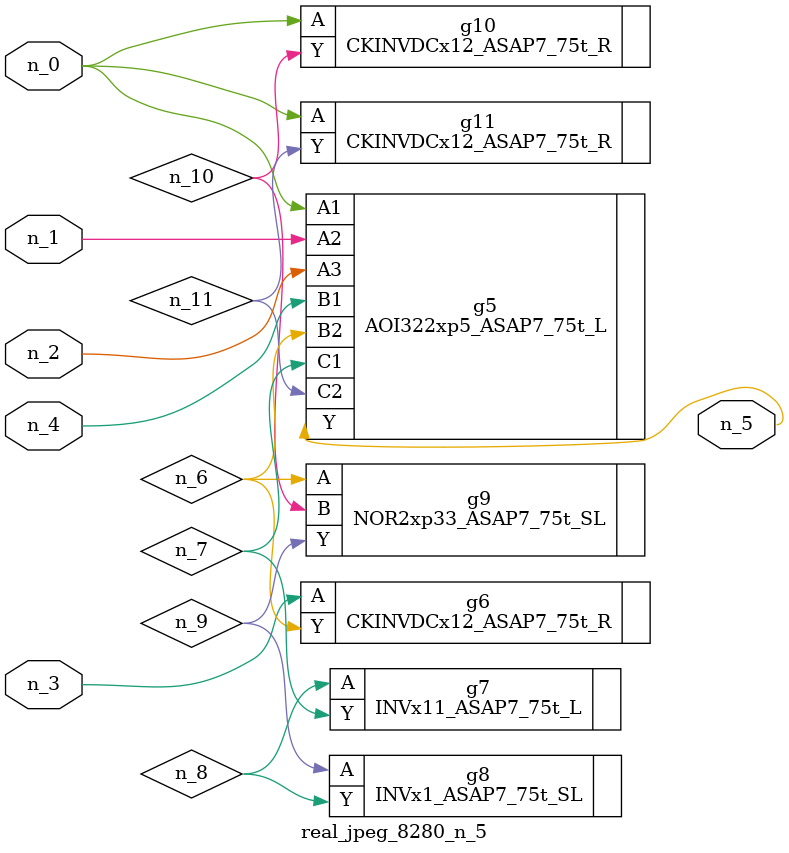
<source format=v>
module real_jpeg_8280_n_5 (n_4, n_0, n_1, n_2, n_3, n_5);

input n_4;
input n_0;
input n_1;
input n_2;
input n_3;

output n_5;

wire n_8;
wire n_11;
wire n_6;
wire n_7;
wire n_10;
wire n_9;

AOI322xp5_ASAP7_75t_L g5 ( 
.A1(n_0),
.A2(n_1),
.A3(n_2),
.B1(n_4),
.B2(n_6),
.C1(n_7),
.C2(n_11),
.Y(n_5)
);

CKINVDCx12_ASAP7_75t_R g10 ( 
.A(n_0),
.Y(n_10)
);

CKINVDCx12_ASAP7_75t_R g11 ( 
.A(n_0),
.Y(n_11)
);

CKINVDCx12_ASAP7_75t_R g6 ( 
.A(n_3),
.Y(n_6)
);

NOR2xp33_ASAP7_75t_SL g9 ( 
.A(n_6),
.B(n_10),
.Y(n_9)
);

INVx11_ASAP7_75t_L g7 ( 
.A(n_8),
.Y(n_7)
);

INVx1_ASAP7_75t_SL g8 ( 
.A(n_9),
.Y(n_8)
);


endmodule
</source>
